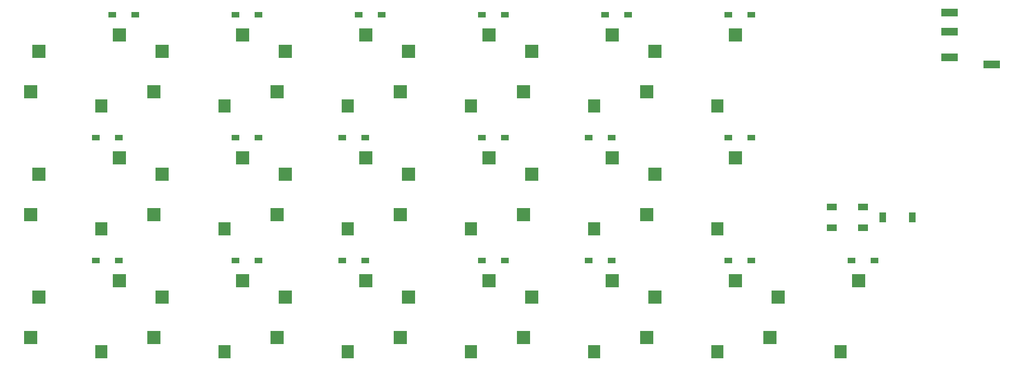
<source format=gbr>
G04 #@! TF.GenerationSoftware,KiCad,Pcbnew,(5.1.7)-1*
G04 #@! TF.CreationDate,2020-12-07T09:59:57+09:00*
G04 #@! TF.ProjectId,pisces,70697363-6573-42e6-9b69-6361645f7063,rev?*
G04 #@! TF.SameCoordinates,Original*
G04 #@! TF.FileFunction,Paste,Bot*
G04 #@! TF.FilePolarity,Positive*
%FSLAX46Y46*%
G04 Gerber Fmt 4.6, Leading zero omitted, Abs format (unit mm)*
G04 Created by KiCad (PCBNEW (5.1.7)-1) date 2020-12-07 09:59:57*
%MOMM*%
%LPD*%
G01*
G04 APERTURE LIST*
%ADD10R,2.500000X1.200000*%
%ADD11R,1.500000X1.000000*%
%ADD12R,1.100000X1.600000*%
%ADD13R,1.300000X0.950000*%
%ADD14R,2.000000X2.000000*%
%ADD15R,1.900000X2.000000*%
G04 APERTURE END LIST*
D10*
X183948000Y-44392000D03*
X183948000Y-41392000D03*
X190448000Y-49492000D03*
X183948000Y-48392000D03*
D11*
X165698000Y-74752000D03*
X170598000Y-74752000D03*
X165698000Y-71552000D03*
X170598000Y-71552000D03*
D12*
X173645000Y-73116000D03*
X178145000Y-73116000D03*
D13*
X58036000Y-41783000D03*
X54486000Y-41783000D03*
X55536000Y-60833000D03*
X51986000Y-60833000D03*
X51986000Y-79883000D03*
X55536000Y-79883000D03*
X73536000Y-41783000D03*
X77086000Y-41783000D03*
X77086000Y-60833000D03*
X73536000Y-60833000D03*
X73536000Y-79883000D03*
X77086000Y-79883000D03*
X96135999Y-41783000D03*
X92585999Y-41783000D03*
X93635999Y-60833000D03*
X90085999Y-60833000D03*
X90085999Y-79883000D03*
X93635999Y-79883000D03*
X111636000Y-41783000D03*
X115186000Y-41783000D03*
X115186000Y-60833000D03*
X111636000Y-60833000D03*
X115186000Y-79883000D03*
X111636000Y-79883000D03*
X130686000Y-41783000D03*
X134236000Y-41783000D03*
X131736000Y-60833000D03*
X128186000Y-60833000D03*
X128186000Y-79883000D03*
X131736000Y-79883000D03*
X149736000Y-41783000D03*
X153286000Y-41783000D03*
X153286000Y-60833000D03*
X149736000Y-60833000D03*
X149736000Y-79883000D03*
X153286000Y-79883000D03*
X168786000Y-79883000D03*
X172336000Y-79883000D03*
D14*
X55600000Y-44920000D03*
X43100000Y-47460000D03*
D15*
X52800000Y-55900000D03*
D14*
X41900000Y-53700000D03*
X41900000Y-72750000D03*
D15*
X52800000Y-74950000D03*
D14*
X43100000Y-66510000D03*
X55600000Y-63970000D03*
X55600000Y-83020000D03*
X43100000Y-85560000D03*
D15*
X52800000Y-94000000D03*
D14*
X41900000Y-91800000D03*
X60950000Y-53700000D03*
D15*
X71850000Y-55900000D03*
D14*
X62150000Y-47460000D03*
X74650000Y-44920000D03*
X74650000Y-63970000D03*
X62150000Y-66510000D03*
D15*
X71850000Y-74950000D03*
D14*
X60950000Y-72750000D03*
X60950000Y-91800000D03*
D15*
X71850000Y-94000000D03*
D14*
X62150000Y-85560000D03*
X74650000Y-83020000D03*
X93700000Y-44920000D03*
X81200000Y-47460000D03*
D15*
X90900000Y-55900000D03*
D14*
X80000000Y-53700000D03*
X80000000Y-72750000D03*
D15*
X90900000Y-74950000D03*
D14*
X81200000Y-66510000D03*
X93700000Y-63970000D03*
X93700000Y-83020000D03*
X81200000Y-85560000D03*
D15*
X90900000Y-94000000D03*
D14*
X80000000Y-91800000D03*
X99050000Y-53700000D03*
D15*
X109950000Y-55900000D03*
D14*
X100250000Y-47460000D03*
X112750000Y-44920000D03*
X99050000Y-72750000D03*
D15*
X109950000Y-74950000D03*
D14*
X100250000Y-66510000D03*
X112750000Y-63970000D03*
X112750000Y-83020000D03*
X100250000Y-85560000D03*
D15*
X109950000Y-94000000D03*
D14*
X99050000Y-91800000D03*
X118100000Y-53700000D03*
D15*
X129000000Y-55900000D03*
D14*
X119300000Y-47460000D03*
X131800000Y-44920000D03*
X118100000Y-72750000D03*
D15*
X129000000Y-74950000D03*
D14*
X119300000Y-66510000D03*
X131800000Y-63970000D03*
X118100000Y-91800000D03*
D15*
X129000000Y-94000000D03*
D14*
X119300000Y-85560000D03*
X131800000Y-83020000D03*
X150850000Y-44920000D03*
X138350000Y-47460000D03*
D15*
X148050000Y-55900000D03*
D14*
X137150000Y-53700000D03*
X150850000Y-63970000D03*
X138350000Y-66510000D03*
D15*
X148050000Y-74950000D03*
D14*
X137150000Y-72750000D03*
X150850000Y-83020000D03*
X138350000Y-85560000D03*
D15*
X148050000Y-94000000D03*
D14*
X137150000Y-91800000D03*
X169900000Y-83020000D03*
X157400000Y-85560000D03*
D15*
X167100000Y-94000000D03*
D14*
X156200000Y-91800000D03*
M02*

</source>
